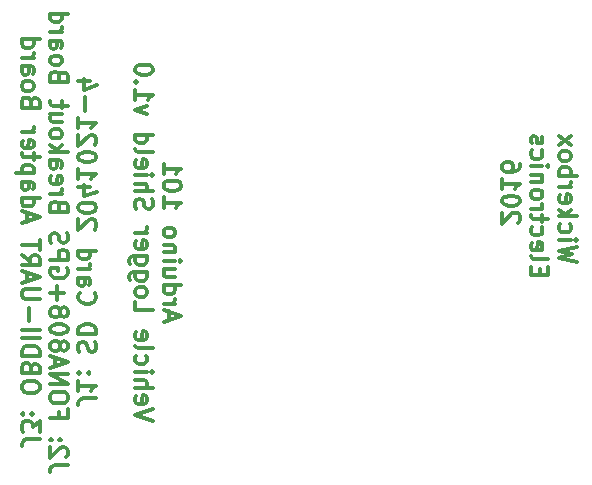
<source format=gbo>
G04 #@! TF.FileFunction,Legend,Bot*
%FSLAX46Y46*%
G04 Gerber Fmt 4.6, Leading zero omitted, Abs format (unit mm)*
G04 Created by KiCad (PCBNEW 4.0.1-3.201512221402+6198~38~ubuntu14.04.1-stable) date Tue 03 May 2016 12:22:43 PM PDT*
%MOMM*%
G01*
G04 APERTURE LIST*
%ADD10C,0.100000*%
%ADD11C,0.300000*%
G04 APERTURE END LIST*
D10*
D11*
X172385429Y-103301857D02*
X170885429Y-102944714D01*
X171956857Y-102659000D01*
X170885429Y-102373286D01*
X172385429Y-102016143D01*
X170885429Y-101444714D02*
X171885429Y-101444714D01*
X172385429Y-101444714D02*
X172314000Y-101516143D01*
X172242571Y-101444714D01*
X172314000Y-101373286D01*
X172385429Y-101444714D01*
X172242571Y-101444714D01*
X170956857Y-100087571D02*
X170885429Y-100230428D01*
X170885429Y-100516142D01*
X170956857Y-100659000D01*
X171028286Y-100730428D01*
X171171143Y-100801857D01*
X171599714Y-100801857D01*
X171742571Y-100730428D01*
X171814000Y-100659000D01*
X171885429Y-100516142D01*
X171885429Y-100230428D01*
X171814000Y-100087571D01*
X170885429Y-99444714D02*
X172385429Y-99444714D01*
X171456857Y-99301857D02*
X170885429Y-98873286D01*
X171885429Y-98873286D02*
X171314000Y-99444714D01*
X170956857Y-97659000D02*
X170885429Y-97801857D01*
X170885429Y-98087571D01*
X170956857Y-98230428D01*
X171099714Y-98301857D01*
X171671143Y-98301857D01*
X171814000Y-98230428D01*
X171885429Y-98087571D01*
X171885429Y-97801857D01*
X171814000Y-97659000D01*
X171671143Y-97587571D01*
X171528286Y-97587571D01*
X171385429Y-98301857D01*
X170885429Y-96944714D02*
X171885429Y-96944714D01*
X171599714Y-96944714D02*
X171742571Y-96873286D01*
X171814000Y-96801857D01*
X171885429Y-96659000D01*
X171885429Y-96516143D01*
X170885429Y-96016143D02*
X172385429Y-96016143D01*
X171814000Y-96016143D02*
X171885429Y-95873286D01*
X171885429Y-95587572D01*
X171814000Y-95444715D01*
X171742571Y-95373286D01*
X171599714Y-95301857D01*
X171171143Y-95301857D01*
X171028286Y-95373286D01*
X170956857Y-95444715D01*
X170885429Y-95587572D01*
X170885429Y-95873286D01*
X170956857Y-96016143D01*
X170885429Y-94444714D02*
X170956857Y-94587572D01*
X171028286Y-94659000D01*
X171171143Y-94730429D01*
X171599714Y-94730429D01*
X171742571Y-94659000D01*
X171814000Y-94587572D01*
X171885429Y-94444714D01*
X171885429Y-94230429D01*
X171814000Y-94087572D01*
X171742571Y-94016143D01*
X171599714Y-93944714D01*
X171171143Y-93944714D01*
X171028286Y-94016143D01*
X170956857Y-94087572D01*
X170885429Y-94230429D01*
X170885429Y-94444714D01*
X170885429Y-93444714D02*
X171885429Y-92659000D01*
X171885429Y-93444714D02*
X170885429Y-92659000D01*
X169271143Y-104408999D02*
X169271143Y-103908999D01*
X168485429Y-103694713D02*
X168485429Y-104408999D01*
X169985429Y-104408999D01*
X169985429Y-103694713D01*
X168485429Y-102837570D02*
X168556857Y-102980428D01*
X168699714Y-103051856D01*
X169985429Y-103051856D01*
X168556857Y-101694714D02*
X168485429Y-101837571D01*
X168485429Y-102123285D01*
X168556857Y-102266142D01*
X168699714Y-102337571D01*
X169271143Y-102337571D01*
X169414000Y-102266142D01*
X169485429Y-102123285D01*
X169485429Y-101837571D01*
X169414000Y-101694714D01*
X169271143Y-101623285D01*
X169128286Y-101623285D01*
X168985429Y-102337571D01*
X168556857Y-100337571D02*
X168485429Y-100480428D01*
X168485429Y-100766142D01*
X168556857Y-100909000D01*
X168628286Y-100980428D01*
X168771143Y-101051857D01*
X169199714Y-101051857D01*
X169342571Y-100980428D01*
X169414000Y-100909000D01*
X169485429Y-100766142D01*
X169485429Y-100480428D01*
X169414000Y-100337571D01*
X169485429Y-99909000D02*
X169485429Y-99337571D01*
X169985429Y-99694714D02*
X168699714Y-99694714D01*
X168556857Y-99623286D01*
X168485429Y-99480428D01*
X168485429Y-99337571D01*
X168485429Y-98837571D02*
X169485429Y-98837571D01*
X169199714Y-98837571D02*
X169342571Y-98766143D01*
X169414000Y-98694714D01*
X169485429Y-98551857D01*
X169485429Y-98409000D01*
X168485429Y-97694714D02*
X168556857Y-97837572D01*
X168628286Y-97909000D01*
X168771143Y-97980429D01*
X169199714Y-97980429D01*
X169342571Y-97909000D01*
X169414000Y-97837572D01*
X169485429Y-97694714D01*
X169485429Y-97480429D01*
X169414000Y-97337572D01*
X169342571Y-97266143D01*
X169199714Y-97194714D01*
X168771143Y-97194714D01*
X168628286Y-97266143D01*
X168556857Y-97337572D01*
X168485429Y-97480429D01*
X168485429Y-97694714D01*
X169485429Y-96551857D02*
X168485429Y-96551857D01*
X169342571Y-96551857D02*
X169414000Y-96480429D01*
X169485429Y-96337571D01*
X169485429Y-96123286D01*
X169414000Y-95980429D01*
X169271143Y-95909000D01*
X168485429Y-95909000D01*
X168485429Y-95194714D02*
X169485429Y-95194714D01*
X169985429Y-95194714D02*
X169914000Y-95266143D01*
X169842571Y-95194714D01*
X169914000Y-95123286D01*
X169985429Y-95194714D01*
X169842571Y-95194714D01*
X168556857Y-93837571D02*
X168485429Y-93980428D01*
X168485429Y-94266142D01*
X168556857Y-94409000D01*
X168628286Y-94480428D01*
X168771143Y-94551857D01*
X169199714Y-94551857D01*
X169342571Y-94480428D01*
X169414000Y-94409000D01*
X169485429Y-94266142D01*
X169485429Y-93980428D01*
X169414000Y-93837571D01*
X168556857Y-93266143D02*
X168485429Y-93123286D01*
X168485429Y-92837571D01*
X168556857Y-92694714D01*
X168699714Y-92623286D01*
X168771143Y-92623286D01*
X168914000Y-92694714D01*
X168985429Y-92837571D01*
X168985429Y-93051857D01*
X169056857Y-93194714D01*
X169199714Y-93266143D01*
X169271143Y-93266143D01*
X169414000Y-93194714D01*
X169485429Y-93051857D01*
X169485429Y-92837571D01*
X169414000Y-92694714D01*
X167442571Y-99980428D02*
X167514000Y-99908999D01*
X167585429Y-99766142D01*
X167585429Y-99408999D01*
X167514000Y-99266142D01*
X167442571Y-99194713D01*
X167299714Y-99123285D01*
X167156857Y-99123285D01*
X166942571Y-99194713D01*
X166085429Y-100051856D01*
X166085429Y-99123285D01*
X167585429Y-98194714D02*
X167585429Y-98051857D01*
X167514000Y-97909000D01*
X167442571Y-97837571D01*
X167299714Y-97766142D01*
X167014000Y-97694714D01*
X166656857Y-97694714D01*
X166371143Y-97766142D01*
X166228286Y-97837571D01*
X166156857Y-97909000D01*
X166085429Y-98051857D01*
X166085429Y-98194714D01*
X166156857Y-98337571D01*
X166228286Y-98409000D01*
X166371143Y-98480428D01*
X166656857Y-98551857D01*
X167014000Y-98551857D01*
X167299714Y-98480428D01*
X167442571Y-98409000D01*
X167514000Y-98337571D01*
X167585429Y-98194714D01*
X166085429Y-96266143D02*
X166085429Y-97123286D01*
X166085429Y-96694714D02*
X167585429Y-96694714D01*
X167371143Y-96837571D01*
X167228286Y-96980429D01*
X167156857Y-97123286D01*
X167585429Y-94980429D02*
X167585429Y-95266143D01*
X167514000Y-95409000D01*
X167442571Y-95480429D01*
X167228286Y-95623286D01*
X166942571Y-95694715D01*
X166371143Y-95694715D01*
X166228286Y-95623286D01*
X166156857Y-95551858D01*
X166085429Y-95409000D01*
X166085429Y-95123286D01*
X166156857Y-94980429D01*
X166228286Y-94909000D01*
X166371143Y-94837572D01*
X166728286Y-94837572D01*
X166871143Y-94909000D01*
X166942571Y-94980429D01*
X167014000Y-95123286D01*
X167014000Y-95409000D01*
X166942571Y-95551858D01*
X166871143Y-95623286D01*
X166728286Y-95694715D01*
X137830000Y-108207142D02*
X137830000Y-107492856D01*
X137401429Y-108349999D02*
X138901429Y-107849999D01*
X137401429Y-107349999D01*
X137401429Y-106849999D02*
X138401429Y-106849999D01*
X138115714Y-106849999D02*
X138258571Y-106778571D01*
X138330000Y-106707142D01*
X138401429Y-106564285D01*
X138401429Y-106421428D01*
X137401429Y-105278571D02*
X138901429Y-105278571D01*
X137472857Y-105278571D02*
X137401429Y-105421428D01*
X137401429Y-105707142D01*
X137472857Y-105850000D01*
X137544286Y-105921428D01*
X137687143Y-105992857D01*
X138115714Y-105992857D01*
X138258571Y-105921428D01*
X138330000Y-105850000D01*
X138401429Y-105707142D01*
X138401429Y-105421428D01*
X138330000Y-105278571D01*
X138401429Y-103921428D02*
X137401429Y-103921428D01*
X138401429Y-104564285D02*
X137615714Y-104564285D01*
X137472857Y-104492857D01*
X137401429Y-104349999D01*
X137401429Y-104135714D01*
X137472857Y-103992857D01*
X137544286Y-103921428D01*
X137401429Y-103207142D02*
X138401429Y-103207142D01*
X138901429Y-103207142D02*
X138830000Y-103278571D01*
X138758571Y-103207142D01*
X138830000Y-103135714D01*
X138901429Y-103207142D01*
X138758571Y-103207142D01*
X138401429Y-102492856D02*
X137401429Y-102492856D01*
X138258571Y-102492856D02*
X138330000Y-102421428D01*
X138401429Y-102278570D01*
X138401429Y-102064285D01*
X138330000Y-101921428D01*
X138187143Y-101849999D01*
X137401429Y-101849999D01*
X137401429Y-100921427D02*
X137472857Y-101064285D01*
X137544286Y-101135713D01*
X137687143Y-101207142D01*
X138115714Y-101207142D01*
X138258571Y-101135713D01*
X138330000Y-101064285D01*
X138401429Y-100921427D01*
X138401429Y-100707142D01*
X138330000Y-100564285D01*
X138258571Y-100492856D01*
X138115714Y-100421427D01*
X137687143Y-100421427D01*
X137544286Y-100492856D01*
X137472857Y-100564285D01*
X137401429Y-100707142D01*
X137401429Y-100921427D01*
X137401429Y-97849999D02*
X137401429Y-98707142D01*
X137401429Y-98278570D02*
X138901429Y-98278570D01*
X138687143Y-98421427D01*
X138544286Y-98564285D01*
X138472857Y-98707142D01*
X138901429Y-96921428D02*
X138901429Y-96778571D01*
X138830000Y-96635714D01*
X138758571Y-96564285D01*
X138615714Y-96492856D01*
X138330000Y-96421428D01*
X137972857Y-96421428D01*
X137687143Y-96492856D01*
X137544286Y-96564285D01*
X137472857Y-96635714D01*
X137401429Y-96778571D01*
X137401429Y-96921428D01*
X137472857Y-97064285D01*
X137544286Y-97135714D01*
X137687143Y-97207142D01*
X137972857Y-97278571D01*
X138330000Y-97278571D01*
X138615714Y-97207142D01*
X138758571Y-97135714D01*
X138830000Y-97064285D01*
X138901429Y-96921428D01*
X137401429Y-94992857D02*
X137401429Y-95850000D01*
X137401429Y-95421428D02*
X138901429Y-95421428D01*
X138687143Y-95564285D01*
X138544286Y-95707143D01*
X138472857Y-95850000D01*
X136501429Y-116742856D02*
X135001429Y-116242856D01*
X136501429Y-115742856D01*
X135072857Y-114671428D02*
X135001429Y-114814285D01*
X135001429Y-115099999D01*
X135072857Y-115242856D01*
X135215714Y-115314285D01*
X135787143Y-115314285D01*
X135930000Y-115242856D01*
X136001429Y-115099999D01*
X136001429Y-114814285D01*
X135930000Y-114671428D01*
X135787143Y-114599999D01*
X135644286Y-114599999D01*
X135501429Y-115314285D01*
X135001429Y-113957142D02*
X136501429Y-113957142D01*
X135001429Y-113314285D02*
X135787143Y-113314285D01*
X135930000Y-113385714D01*
X136001429Y-113528571D01*
X136001429Y-113742856D01*
X135930000Y-113885714D01*
X135858571Y-113957142D01*
X135001429Y-112599999D02*
X136001429Y-112599999D01*
X136501429Y-112599999D02*
X136430000Y-112671428D01*
X136358571Y-112599999D01*
X136430000Y-112528571D01*
X136501429Y-112599999D01*
X136358571Y-112599999D01*
X135072857Y-111242856D02*
X135001429Y-111385713D01*
X135001429Y-111671427D01*
X135072857Y-111814285D01*
X135144286Y-111885713D01*
X135287143Y-111957142D01*
X135715714Y-111957142D01*
X135858571Y-111885713D01*
X135930000Y-111814285D01*
X136001429Y-111671427D01*
X136001429Y-111385713D01*
X135930000Y-111242856D01*
X135001429Y-110385713D02*
X135072857Y-110528571D01*
X135215714Y-110599999D01*
X136501429Y-110599999D01*
X135072857Y-109242857D02*
X135001429Y-109385714D01*
X135001429Y-109671428D01*
X135072857Y-109814285D01*
X135215714Y-109885714D01*
X135787143Y-109885714D01*
X135930000Y-109814285D01*
X136001429Y-109671428D01*
X136001429Y-109385714D01*
X135930000Y-109242857D01*
X135787143Y-109171428D01*
X135644286Y-109171428D01*
X135501429Y-109885714D01*
X135001429Y-106671428D02*
X135001429Y-107385714D01*
X136501429Y-107385714D01*
X135001429Y-105957142D02*
X135072857Y-106100000D01*
X135144286Y-106171428D01*
X135287143Y-106242857D01*
X135715714Y-106242857D01*
X135858571Y-106171428D01*
X135930000Y-106100000D01*
X136001429Y-105957142D01*
X136001429Y-105742857D01*
X135930000Y-105600000D01*
X135858571Y-105528571D01*
X135715714Y-105457142D01*
X135287143Y-105457142D01*
X135144286Y-105528571D01*
X135072857Y-105600000D01*
X135001429Y-105742857D01*
X135001429Y-105957142D01*
X136001429Y-104171428D02*
X134787143Y-104171428D01*
X134644286Y-104242857D01*
X134572857Y-104314285D01*
X134501429Y-104457142D01*
X134501429Y-104671428D01*
X134572857Y-104814285D01*
X135072857Y-104171428D02*
X135001429Y-104314285D01*
X135001429Y-104599999D01*
X135072857Y-104742857D01*
X135144286Y-104814285D01*
X135287143Y-104885714D01*
X135715714Y-104885714D01*
X135858571Y-104814285D01*
X135930000Y-104742857D01*
X136001429Y-104599999D01*
X136001429Y-104314285D01*
X135930000Y-104171428D01*
X136001429Y-102814285D02*
X134787143Y-102814285D01*
X134644286Y-102885714D01*
X134572857Y-102957142D01*
X134501429Y-103099999D01*
X134501429Y-103314285D01*
X134572857Y-103457142D01*
X135072857Y-102814285D02*
X135001429Y-102957142D01*
X135001429Y-103242856D01*
X135072857Y-103385714D01*
X135144286Y-103457142D01*
X135287143Y-103528571D01*
X135715714Y-103528571D01*
X135858571Y-103457142D01*
X135930000Y-103385714D01*
X136001429Y-103242856D01*
X136001429Y-102957142D01*
X135930000Y-102814285D01*
X135072857Y-101528571D02*
X135001429Y-101671428D01*
X135001429Y-101957142D01*
X135072857Y-102099999D01*
X135215714Y-102171428D01*
X135787143Y-102171428D01*
X135930000Y-102099999D01*
X136001429Y-101957142D01*
X136001429Y-101671428D01*
X135930000Y-101528571D01*
X135787143Y-101457142D01*
X135644286Y-101457142D01*
X135501429Y-102171428D01*
X135001429Y-100814285D02*
X136001429Y-100814285D01*
X135715714Y-100814285D02*
X135858571Y-100742857D01*
X135930000Y-100671428D01*
X136001429Y-100528571D01*
X136001429Y-100385714D01*
X135072857Y-98814286D02*
X135001429Y-98600000D01*
X135001429Y-98242857D01*
X135072857Y-98100000D01*
X135144286Y-98028571D01*
X135287143Y-97957143D01*
X135430000Y-97957143D01*
X135572857Y-98028571D01*
X135644286Y-98100000D01*
X135715714Y-98242857D01*
X135787143Y-98528571D01*
X135858571Y-98671429D01*
X135930000Y-98742857D01*
X136072857Y-98814286D01*
X136215714Y-98814286D01*
X136358571Y-98742857D01*
X136430000Y-98671429D01*
X136501429Y-98528571D01*
X136501429Y-98171429D01*
X136430000Y-97957143D01*
X135001429Y-97314286D02*
X136501429Y-97314286D01*
X135001429Y-96671429D02*
X135787143Y-96671429D01*
X135930000Y-96742858D01*
X136001429Y-96885715D01*
X136001429Y-97100000D01*
X135930000Y-97242858D01*
X135858571Y-97314286D01*
X135001429Y-95957143D02*
X136001429Y-95957143D01*
X136501429Y-95957143D02*
X136430000Y-96028572D01*
X136358571Y-95957143D01*
X136430000Y-95885715D01*
X136501429Y-95957143D01*
X136358571Y-95957143D01*
X135072857Y-94671429D02*
X135001429Y-94814286D01*
X135001429Y-95100000D01*
X135072857Y-95242857D01*
X135215714Y-95314286D01*
X135787143Y-95314286D01*
X135930000Y-95242857D01*
X136001429Y-95100000D01*
X136001429Y-94814286D01*
X135930000Y-94671429D01*
X135787143Y-94600000D01*
X135644286Y-94600000D01*
X135501429Y-95314286D01*
X135001429Y-93742857D02*
X135072857Y-93885715D01*
X135215714Y-93957143D01*
X136501429Y-93957143D01*
X135001429Y-92528572D02*
X136501429Y-92528572D01*
X135072857Y-92528572D02*
X135001429Y-92671429D01*
X135001429Y-92957143D01*
X135072857Y-93100001D01*
X135144286Y-93171429D01*
X135287143Y-93242858D01*
X135715714Y-93242858D01*
X135858571Y-93171429D01*
X135930000Y-93100001D01*
X136001429Y-92957143D01*
X136001429Y-92671429D01*
X135930000Y-92528572D01*
X136001429Y-90814286D02*
X135001429Y-90457143D01*
X136001429Y-90100001D01*
X135001429Y-88742858D02*
X135001429Y-89600001D01*
X135001429Y-89171429D02*
X136501429Y-89171429D01*
X136287143Y-89314286D01*
X136144286Y-89457144D01*
X136072857Y-89600001D01*
X135144286Y-88100001D02*
X135072857Y-88028573D01*
X135001429Y-88100001D01*
X135072857Y-88171430D01*
X135144286Y-88100001D01*
X135001429Y-88100001D01*
X136501429Y-87100001D02*
X136501429Y-86957144D01*
X136430000Y-86814287D01*
X136358571Y-86742858D01*
X136215714Y-86671429D01*
X135930000Y-86600001D01*
X135572857Y-86600001D01*
X135287143Y-86671429D01*
X135144286Y-86742858D01*
X135072857Y-86814287D01*
X135001429Y-86957144D01*
X135001429Y-87100001D01*
X135072857Y-87242858D01*
X135144286Y-87314287D01*
X135287143Y-87385715D01*
X135572857Y-87457144D01*
X135930000Y-87457144D01*
X136215714Y-87385715D01*
X136358571Y-87314287D01*
X136430000Y-87242858D01*
X136501429Y-87100001D01*
X131701429Y-114849998D02*
X130630000Y-114849998D01*
X130415714Y-114921426D01*
X130272857Y-115064283D01*
X130201429Y-115278569D01*
X130201429Y-115421426D01*
X130201429Y-113349998D02*
X130201429Y-114207141D01*
X130201429Y-113778569D02*
X131701429Y-113778569D01*
X131487143Y-113921426D01*
X131344286Y-114064284D01*
X131272857Y-114207141D01*
X130344286Y-112707141D02*
X130272857Y-112635713D01*
X130201429Y-112707141D01*
X130272857Y-112778570D01*
X130344286Y-112707141D01*
X130201429Y-112707141D01*
X131130000Y-112707141D02*
X131058571Y-112635713D01*
X130987143Y-112707141D01*
X131058571Y-112778570D01*
X131130000Y-112707141D01*
X130987143Y-112707141D01*
X130272857Y-110921427D02*
X130201429Y-110707141D01*
X130201429Y-110349998D01*
X130272857Y-110207141D01*
X130344286Y-110135712D01*
X130487143Y-110064284D01*
X130630000Y-110064284D01*
X130772857Y-110135712D01*
X130844286Y-110207141D01*
X130915714Y-110349998D01*
X130987143Y-110635712D01*
X131058571Y-110778570D01*
X131130000Y-110849998D01*
X131272857Y-110921427D01*
X131415714Y-110921427D01*
X131558571Y-110849998D01*
X131630000Y-110778570D01*
X131701429Y-110635712D01*
X131701429Y-110278570D01*
X131630000Y-110064284D01*
X130201429Y-109421427D02*
X131701429Y-109421427D01*
X131701429Y-109064284D01*
X131630000Y-108849999D01*
X131487143Y-108707141D01*
X131344286Y-108635713D01*
X131058571Y-108564284D01*
X130844286Y-108564284D01*
X130558571Y-108635713D01*
X130415714Y-108707141D01*
X130272857Y-108849999D01*
X130201429Y-109064284D01*
X130201429Y-109421427D01*
X130344286Y-105921427D02*
X130272857Y-105992856D01*
X130201429Y-106207142D01*
X130201429Y-106349999D01*
X130272857Y-106564284D01*
X130415714Y-106707142D01*
X130558571Y-106778570D01*
X130844286Y-106849999D01*
X131058571Y-106849999D01*
X131344286Y-106778570D01*
X131487143Y-106707142D01*
X131630000Y-106564284D01*
X131701429Y-106349999D01*
X131701429Y-106207142D01*
X131630000Y-105992856D01*
X131558571Y-105921427D01*
X130201429Y-104635713D02*
X130987143Y-104635713D01*
X131130000Y-104707142D01*
X131201429Y-104849999D01*
X131201429Y-105135713D01*
X131130000Y-105278570D01*
X130272857Y-104635713D02*
X130201429Y-104778570D01*
X130201429Y-105135713D01*
X130272857Y-105278570D01*
X130415714Y-105349999D01*
X130558571Y-105349999D01*
X130701429Y-105278570D01*
X130772857Y-105135713D01*
X130772857Y-104778570D01*
X130844286Y-104635713D01*
X130201429Y-103921427D02*
X131201429Y-103921427D01*
X130915714Y-103921427D02*
X131058571Y-103849999D01*
X131130000Y-103778570D01*
X131201429Y-103635713D01*
X131201429Y-103492856D01*
X130201429Y-102349999D02*
X131701429Y-102349999D01*
X130272857Y-102349999D02*
X130201429Y-102492856D01*
X130201429Y-102778570D01*
X130272857Y-102921428D01*
X130344286Y-102992856D01*
X130487143Y-103064285D01*
X130915714Y-103064285D01*
X131058571Y-102992856D01*
X131130000Y-102921428D01*
X131201429Y-102778570D01*
X131201429Y-102492856D01*
X131130000Y-102349999D01*
X131558571Y-100564285D02*
X131630000Y-100492856D01*
X131701429Y-100349999D01*
X131701429Y-99992856D01*
X131630000Y-99849999D01*
X131558571Y-99778570D01*
X131415714Y-99707142D01*
X131272857Y-99707142D01*
X131058571Y-99778570D01*
X130201429Y-100635713D01*
X130201429Y-99707142D01*
X131701429Y-98778571D02*
X131701429Y-98635714D01*
X131630000Y-98492857D01*
X131558571Y-98421428D01*
X131415714Y-98349999D01*
X131130000Y-98278571D01*
X130772857Y-98278571D01*
X130487143Y-98349999D01*
X130344286Y-98421428D01*
X130272857Y-98492857D01*
X130201429Y-98635714D01*
X130201429Y-98778571D01*
X130272857Y-98921428D01*
X130344286Y-98992857D01*
X130487143Y-99064285D01*
X130772857Y-99135714D01*
X131130000Y-99135714D01*
X131415714Y-99064285D01*
X131558571Y-98992857D01*
X131630000Y-98921428D01*
X131701429Y-98778571D01*
X131201429Y-96992857D02*
X130201429Y-96992857D01*
X131772857Y-97350000D02*
X130701429Y-97707143D01*
X130701429Y-96778571D01*
X130201429Y-95421429D02*
X130201429Y-96278572D01*
X130201429Y-95850000D02*
X131701429Y-95850000D01*
X131487143Y-95992857D01*
X131344286Y-96135715D01*
X131272857Y-96278572D01*
X131701429Y-94492858D02*
X131701429Y-94350001D01*
X131630000Y-94207144D01*
X131558571Y-94135715D01*
X131415714Y-94064286D01*
X131130000Y-93992858D01*
X130772857Y-93992858D01*
X130487143Y-94064286D01*
X130344286Y-94135715D01*
X130272857Y-94207144D01*
X130201429Y-94350001D01*
X130201429Y-94492858D01*
X130272857Y-94635715D01*
X130344286Y-94707144D01*
X130487143Y-94778572D01*
X130772857Y-94850001D01*
X131130000Y-94850001D01*
X131415714Y-94778572D01*
X131558571Y-94707144D01*
X131630000Y-94635715D01*
X131701429Y-94492858D01*
X131558571Y-93421430D02*
X131630000Y-93350001D01*
X131701429Y-93207144D01*
X131701429Y-92850001D01*
X131630000Y-92707144D01*
X131558571Y-92635715D01*
X131415714Y-92564287D01*
X131272857Y-92564287D01*
X131058571Y-92635715D01*
X130201429Y-93492858D01*
X130201429Y-92564287D01*
X130201429Y-91135716D02*
X130201429Y-91992859D01*
X130201429Y-91564287D02*
X131701429Y-91564287D01*
X131487143Y-91707144D01*
X131344286Y-91850002D01*
X131272857Y-91992859D01*
X130772857Y-90492859D02*
X130772857Y-89350002D01*
X131201429Y-87992859D02*
X130201429Y-87992859D01*
X131772857Y-88350002D02*
X130701429Y-88707145D01*
X130701429Y-87778573D01*
X129301429Y-120492856D02*
X128230000Y-120492856D01*
X128015714Y-120564284D01*
X127872857Y-120707141D01*
X127801429Y-120921427D01*
X127801429Y-121064284D01*
X129158571Y-119849999D02*
X129230000Y-119778570D01*
X129301429Y-119635713D01*
X129301429Y-119278570D01*
X129230000Y-119135713D01*
X129158571Y-119064284D01*
X129015714Y-118992856D01*
X128872857Y-118992856D01*
X128658571Y-119064284D01*
X127801429Y-119921427D01*
X127801429Y-118992856D01*
X127944286Y-118349999D02*
X127872857Y-118278571D01*
X127801429Y-118349999D01*
X127872857Y-118421428D01*
X127944286Y-118349999D01*
X127801429Y-118349999D01*
X128730000Y-118349999D02*
X128658571Y-118278571D01*
X128587143Y-118349999D01*
X128658571Y-118421428D01*
X128730000Y-118349999D01*
X128587143Y-118349999D01*
X128587143Y-115992856D02*
X128587143Y-116492856D01*
X127801429Y-116492856D02*
X129301429Y-116492856D01*
X129301429Y-115778570D01*
X129301429Y-114921428D02*
X129301429Y-114635714D01*
X129230000Y-114492856D01*
X129087143Y-114349999D01*
X128801429Y-114278571D01*
X128301429Y-114278571D01*
X128015714Y-114349999D01*
X127872857Y-114492856D01*
X127801429Y-114635714D01*
X127801429Y-114921428D01*
X127872857Y-115064285D01*
X128015714Y-115207142D01*
X128301429Y-115278571D01*
X128801429Y-115278571D01*
X129087143Y-115207142D01*
X129230000Y-115064285D01*
X129301429Y-114921428D01*
X127801429Y-113635713D02*
X129301429Y-113635713D01*
X127801429Y-112778570D01*
X129301429Y-112778570D01*
X128230000Y-112135713D02*
X128230000Y-111421427D01*
X127801429Y-112278570D02*
X129301429Y-111778570D01*
X127801429Y-111278570D01*
X128658571Y-110564284D02*
X128730000Y-110707142D01*
X128801429Y-110778570D01*
X128944286Y-110849999D01*
X129015714Y-110849999D01*
X129158571Y-110778570D01*
X129230000Y-110707142D01*
X129301429Y-110564284D01*
X129301429Y-110278570D01*
X129230000Y-110135713D01*
X129158571Y-110064284D01*
X129015714Y-109992856D01*
X128944286Y-109992856D01*
X128801429Y-110064284D01*
X128730000Y-110135713D01*
X128658571Y-110278570D01*
X128658571Y-110564284D01*
X128587143Y-110707142D01*
X128515714Y-110778570D01*
X128372857Y-110849999D01*
X128087143Y-110849999D01*
X127944286Y-110778570D01*
X127872857Y-110707142D01*
X127801429Y-110564284D01*
X127801429Y-110278570D01*
X127872857Y-110135713D01*
X127944286Y-110064284D01*
X128087143Y-109992856D01*
X128372857Y-109992856D01*
X128515714Y-110064284D01*
X128587143Y-110135713D01*
X128658571Y-110278570D01*
X129301429Y-109064285D02*
X129301429Y-108921428D01*
X129230000Y-108778571D01*
X129158571Y-108707142D01*
X129015714Y-108635713D01*
X128730000Y-108564285D01*
X128372857Y-108564285D01*
X128087143Y-108635713D01*
X127944286Y-108707142D01*
X127872857Y-108778571D01*
X127801429Y-108921428D01*
X127801429Y-109064285D01*
X127872857Y-109207142D01*
X127944286Y-109278571D01*
X128087143Y-109349999D01*
X128372857Y-109421428D01*
X128730000Y-109421428D01*
X129015714Y-109349999D01*
X129158571Y-109278571D01*
X129230000Y-109207142D01*
X129301429Y-109064285D01*
X128658571Y-107707142D02*
X128730000Y-107850000D01*
X128801429Y-107921428D01*
X128944286Y-107992857D01*
X129015714Y-107992857D01*
X129158571Y-107921428D01*
X129230000Y-107850000D01*
X129301429Y-107707142D01*
X129301429Y-107421428D01*
X129230000Y-107278571D01*
X129158571Y-107207142D01*
X129015714Y-107135714D01*
X128944286Y-107135714D01*
X128801429Y-107207142D01*
X128730000Y-107278571D01*
X128658571Y-107421428D01*
X128658571Y-107707142D01*
X128587143Y-107850000D01*
X128515714Y-107921428D01*
X128372857Y-107992857D01*
X128087143Y-107992857D01*
X127944286Y-107921428D01*
X127872857Y-107850000D01*
X127801429Y-107707142D01*
X127801429Y-107421428D01*
X127872857Y-107278571D01*
X127944286Y-107207142D01*
X128087143Y-107135714D01*
X128372857Y-107135714D01*
X128515714Y-107207142D01*
X128587143Y-107278571D01*
X128658571Y-107421428D01*
X128372857Y-106492857D02*
X128372857Y-105350000D01*
X127801429Y-105921429D02*
X128944286Y-105921429D01*
X129230000Y-103850000D02*
X129301429Y-103992857D01*
X129301429Y-104207143D01*
X129230000Y-104421428D01*
X129087143Y-104564286D01*
X128944286Y-104635714D01*
X128658571Y-104707143D01*
X128444286Y-104707143D01*
X128158571Y-104635714D01*
X128015714Y-104564286D01*
X127872857Y-104421428D01*
X127801429Y-104207143D01*
X127801429Y-104064286D01*
X127872857Y-103850000D01*
X127944286Y-103778571D01*
X128444286Y-103778571D01*
X128444286Y-104064286D01*
X127801429Y-103135714D02*
X129301429Y-103135714D01*
X129301429Y-102564286D01*
X129230000Y-102421428D01*
X129158571Y-102350000D01*
X129015714Y-102278571D01*
X128801429Y-102278571D01*
X128658571Y-102350000D01*
X128587143Y-102421428D01*
X128515714Y-102564286D01*
X128515714Y-103135714D01*
X127872857Y-101707143D02*
X127801429Y-101492857D01*
X127801429Y-101135714D01*
X127872857Y-100992857D01*
X127944286Y-100921428D01*
X128087143Y-100850000D01*
X128230000Y-100850000D01*
X128372857Y-100921428D01*
X128444286Y-100992857D01*
X128515714Y-101135714D01*
X128587143Y-101421428D01*
X128658571Y-101564286D01*
X128730000Y-101635714D01*
X128872857Y-101707143D01*
X129015714Y-101707143D01*
X129158571Y-101635714D01*
X129230000Y-101564286D01*
X129301429Y-101421428D01*
X129301429Y-101064286D01*
X129230000Y-100850000D01*
X128587143Y-98564286D02*
X128515714Y-98350000D01*
X128444286Y-98278572D01*
X128301429Y-98207143D01*
X128087143Y-98207143D01*
X127944286Y-98278572D01*
X127872857Y-98350000D01*
X127801429Y-98492858D01*
X127801429Y-99064286D01*
X129301429Y-99064286D01*
X129301429Y-98564286D01*
X129230000Y-98421429D01*
X129158571Y-98350000D01*
X129015714Y-98278572D01*
X128872857Y-98278572D01*
X128730000Y-98350000D01*
X128658571Y-98421429D01*
X128587143Y-98564286D01*
X128587143Y-99064286D01*
X127801429Y-97564286D02*
X128801429Y-97564286D01*
X128515714Y-97564286D02*
X128658571Y-97492858D01*
X128730000Y-97421429D01*
X128801429Y-97278572D01*
X128801429Y-97135715D01*
X127872857Y-96064287D02*
X127801429Y-96207144D01*
X127801429Y-96492858D01*
X127872857Y-96635715D01*
X128015714Y-96707144D01*
X128587143Y-96707144D01*
X128730000Y-96635715D01*
X128801429Y-96492858D01*
X128801429Y-96207144D01*
X128730000Y-96064287D01*
X128587143Y-95992858D01*
X128444286Y-95992858D01*
X128301429Y-96707144D01*
X127801429Y-94707144D02*
X128587143Y-94707144D01*
X128730000Y-94778573D01*
X128801429Y-94921430D01*
X128801429Y-95207144D01*
X128730000Y-95350001D01*
X127872857Y-94707144D02*
X127801429Y-94850001D01*
X127801429Y-95207144D01*
X127872857Y-95350001D01*
X128015714Y-95421430D01*
X128158571Y-95421430D01*
X128301429Y-95350001D01*
X128372857Y-95207144D01*
X128372857Y-94850001D01*
X128444286Y-94707144D01*
X127801429Y-93992858D02*
X129301429Y-93992858D01*
X128372857Y-93850001D02*
X127801429Y-93421430D01*
X128801429Y-93421430D02*
X128230000Y-93992858D01*
X127801429Y-92564286D02*
X127872857Y-92707144D01*
X127944286Y-92778572D01*
X128087143Y-92850001D01*
X128515714Y-92850001D01*
X128658571Y-92778572D01*
X128730000Y-92707144D01*
X128801429Y-92564286D01*
X128801429Y-92350001D01*
X128730000Y-92207144D01*
X128658571Y-92135715D01*
X128515714Y-92064286D01*
X128087143Y-92064286D01*
X127944286Y-92135715D01*
X127872857Y-92207144D01*
X127801429Y-92350001D01*
X127801429Y-92564286D01*
X128801429Y-90778572D02*
X127801429Y-90778572D01*
X128801429Y-91421429D02*
X128015714Y-91421429D01*
X127872857Y-91350001D01*
X127801429Y-91207143D01*
X127801429Y-90992858D01*
X127872857Y-90850001D01*
X127944286Y-90778572D01*
X128801429Y-90278572D02*
X128801429Y-89707143D01*
X129301429Y-90064286D02*
X128015714Y-90064286D01*
X127872857Y-89992858D01*
X127801429Y-89850000D01*
X127801429Y-89707143D01*
X128587143Y-87564286D02*
X128515714Y-87350000D01*
X128444286Y-87278572D01*
X128301429Y-87207143D01*
X128087143Y-87207143D01*
X127944286Y-87278572D01*
X127872857Y-87350000D01*
X127801429Y-87492858D01*
X127801429Y-88064286D01*
X129301429Y-88064286D01*
X129301429Y-87564286D01*
X129230000Y-87421429D01*
X129158571Y-87350000D01*
X129015714Y-87278572D01*
X128872857Y-87278572D01*
X128730000Y-87350000D01*
X128658571Y-87421429D01*
X128587143Y-87564286D01*
X128587143Y-88064286D01*
X127801429Y-86350000D02*
X127872857Y-86492858D01*
X127944286Y-86564286D01*
X128087143Y-86635715D01*
X128515714Y-86635715D01*
X128658571Y-86564286D01*
X128730000Y-86492858D01*
X128801429Y-86350000D01*
X128801429Y-86135715D01*
X128730000Y-85992858D01*
X128658571Y-85921429D01*
X128515714Y-85850000D01*
X128087143Y-85850000D01*
X127944286Y-85921429D01*
X127872857Y-85992858D01*
X127801429Y-86135715D01*
X127801429Y-86350000D01*
X127801429Y-84564286D02*
X128587143Y-84564286D01*
X128730000Y-84635715D01*
X128801429Y-84778572D01*
X128801429Y-85064286D01*
X128730000Y-85207143D01*
X127872857Y-84564286D02*
X127801429Y-84707143D01*
X127801429Y-85064286D01*
X127872857Y-85207143D01*
X128015714Y-85278572D01*
X128158571Y-85278572D01*
X128301429Y-85207143D01*
X128372857Y-85064286D01*
X128372857Y-84707143D01*
X128444286Y-84564286D01*
X127801429Y-83850000D02*
X128801429Y-83850000D01*
X128515714Y-83850000D02*
X128658571Y-83778572D01*
X128730000Y-83707143D01*
X128801429Y-83564286D01*
X128801429Y-83421429D01*
X127801429Y-82278572D02*
X129301429Y-82278572D01*
X127872857Y-82278572D02*
X127801429Y-82421429D01*
X127801429Y-82707143D01*
X127872857Y-82850001D01*
X127944286Y-82921429D01*
X128087143Y-82992858D01*
X128515714Y-82992858D01*
X128658571Y-82921429D01*
X128730000Y-82850001D01*
X128801429Y-82707143D01*
X128801429Y-82421429D01*
X128730000Y-82278572D01*
X126901429Y-118314286D02*
X125830000Y-118314286D01*
X125615714Y-118385714D01*
X125472857Y-118528571D01*
X125401429Y-118742857D01*
X125401429Y-118885714D01*
X126901429Y-117742857D02*
X126901429Y-116814286D01*
X126330000Y-117314286D01*
X126330000Y-117100000D01*
X126258571Y-116957143D01*
X126187143Y-116885714D01*
X126044286Y-116814286D01*
X125687143Y-116814286D01*
X125544286Y-116885714D01*
X125472857Y-116957143D01*
X125401429Y-117100000D01*
X125401429Y-117528572D01*
X125472857Y-117671429D01*
X125544286Y-117742857D01*
X125544286Y-116171429D02*
X125472857Y-116100001D01*
X125401429Y-116171429D01*
X125472857Y-116242858D01*
X125544286Y-116171429D01*
X125401429Y-116171429D01*
X126330000Y-116171429D02*
X126258571Y-116100001D01*
X126187143Y-116171429D01*
X126258571Y-116242858D01*
X126330000Y-116171429D01*
X126187143Y-116171429D01*
X126901429Y-114028572D02*
X126901429Y-113742858D01*
X126830000Y-113600000D01*
X126687143Y-113457143D01*
X126401429Y-113385715D01*
X125901429Y-113385715D01*
X125615714Y-113457143D01*
X125472857Y-113600000D01*
X125401429Y-113742858D01*
X125401429Y-114028572D01*
X125472857Y-114171429D01*
X125615714Y-114314286D01*
X125901429Y-114385715D01*
X126401429Y-114385715D01*
X126687143Y-114314286D01*
X126830000Y-114171429D01*
X126901429Y-114028572D01*
X126187143Y-112242857D02*
X126115714Y-112028571D01*
X126044286Y-111957143D01*
X125901429Y-111885714D01*
X125687143Y-111885714D01*
X125544286Y-111957143D01*
X125472857Y-112028571D01*
X125401429Y-112171429D01*
X125401429Y-112742857D01*
X126901429Y-112742857D01*
X126901429Y-112242857D01*
X126830000Y-112100000D01*
X126758571Y-112028571D01*
X126615714Y-111957143D01*
X126472857Y-111957143D01*
X126330000Y-112028571D01*
X126258571Y-112100000D01*
X126187143Y-112242857D01*
X126187143Y-112742857D01*
X125401429Y-111242857D02*
X126901429Y-111242857D01*
X126901429Y-110885714D01*
X126830000Y-110671429D01*
X126687143Y-110528571D01*
X126544286Y-110457143D01*
X126258571Y-110385714D01*
X126044286Y-110385714D01*
X125758571Y-110457143D01*
X125615714Y-110528571D01*
X125472857Y-110671429D01*
X125401429Y-110885714D01*
X125401429Y-111242857D01*
X125401429Y-109742857D02*
X126901429Y-109742857D01*
X125401429Y-109028571D02*
X126901429Y-109028571D01*
X125972857Y-108314285D02*
X125972857Y-107171428D01*
X126901429Y-106457142D02*
X125687143Y-106457142D01*
X125544286Y-106385714D01*
X125472857Y-106314285D01*
X125401429Y-106171428D01*
X125401429Y-105885714D01*
X125472857Y-105742856D01*
X125544286Y-105671428D01*
X125687143Y-105599999D01*
X126901429Y-105599999D01*
X125830000Y-104957142D02*
X125830000Y-104242856D01*
X125401429Y-105099999D02*
X126901429Y-104599999D01*
X125401429Y-104099999D01*
X125401429Y-102742856D02*
X126115714Y-103242856D01*
X125401429Y-103599999D02*
X126901429Y-103599999D01*
X126901429Y-103028571D01*
X126830000Y-102885713D01*
X126758571Y-102814285D01*
X126615714Y-102742856D01*
X126401429Y-102742856D01*
X126258571Y-102814285D01*
X126187143Y-102885713D01*
X126115714Y-103028571D01*
X126115714Y-103599999D01*
X126901429Y-102314285D02*
X126901429Y-101457142D01*
X125401429Y-101885713D02*
X126901429Y-101885713D01*
X125830000Y-99885714D02*
X125830000Y-99171428D01*
X125401429Y-100028571D02*
X126901429Y-99528571D01*
X125401429Y-99028571D01*
X125401429Y-97885714D02*
X126901429Y-97885714D01*
X125472857Y-97885714D02*
X125401429Y-98028571D01*
X125401429Y-98314285D01*
X125472857Y-98457143D01*
X125544286Y-98528571D01*
X125687143Y-98600000D01*
X126115714Y-98600000D01*
X126258571Y-98528571D01*
X126330000Y-98457143D01*
X126401429Y-98314285D01*
X126401429Y-98028571D01*
X126330000Y-97885714D01*
X125401429Y-96528571D02*
X126187143Y-96528571D01*
X126330000Y-96600000D01*
X126401429Y-96742857D01*
X126401429Y-97028571D01*
X126330000Y-97171428D01*
X125472857Y-96528571D02*
X125401429Y-96671428D01*
X125401429Y-97028571D01*
X125472857Y-97171428D01*
X125615714Y-97242857D01*
X125758571Y-97242857D01*
X125901429Y-97171428D01*
X125972857Y-97028571D01*
X125972857Y-96671428D01*
X126044286Y-96528571D01*
X126401429Y-95814285D02*
X124901429Y-95814285D01*
X126330000Y-95814285D02*
X126401429Y-95671428D01*
X126401429Y-95385714D01*
X126330000Y-95242857D01*
X126258571Y-95171428D01*
X126115714Y-95099999D01*
X125687143Y-95099999D01*
X125544286Y-95171428D01*
X125472857Y-95242857D01*
X125401429Y-95385714D01*
X125401429Y-95671428D01*
X125472857Y-95814285D01*
X126401429Y-94671428D02*
X126401429Y-94099999D01*
X126901429Y-94457142D02*
X125615714Y-94457142D01*
X125472857Y-94385714D01*
X125401429Y-94242856D01*
X125401429Y-94099999D01*
X125472857Y-93028571D02*
X125401429Y-93171428D01*
X125401429Y-93457142D01*
X125472857Y-93599999D01*
X125615714Y-93671428D01*
X126187143Y-93671428D01*
X126330000Y-93599999D01*
X126401429Y-93457142D01*
X126401429Y-93171428D01*
X126330000Y-93028571D01*
X126187143Y-92957142D01*
X126044286Y-92957142D01*
X125901429Y-93671428D01*
X125401429Y-92314285D02*
X126401429Y-92314285D01*
X126115714Y-92314285D02*
X126258571Y-92242857D01*
X126330000Y-92171428D01*
X126401429Y-92028571D01*
X126401429Y-91885714D01*
X126187143Y-89742857D02*
X126115714Y-89528571D01*
X126044286Y-89457143D01*
X125901429Y-89385714D01*
X125687143Y-89385714D01*
X125544286Y-89457143D01*
X125472857Y-89528571D01*
X125401429Y-89671429D01*
X125401429Y-90242857D01*
X126901429Y-90242857D01*
X126901429Y-89742857D01*
X126830000Y-89600000D01*
X126758571Y-89528571D01*
X126615714Y-89457143D01*
X126472857Y-89457143D01*
X126330000Y-89528571D01*
X126258571Y-89600000D01*
X126187143Y-89742857D01*
X126187143Y-90242857D01*
X125401429Y-88528571D02*
X125472857Y-88671429D01*
X125544286Y-88742857D01*
X125687143Y-88814286D01*
X126115714Y-88814286D01*
X126258571Y-88742857D01*
X126330000Y-88671429D01*
X126401429Y-88528571D01*
X126401429Y-88314286D01*
X126330000Y-88171429D01*
X126258571Y-88100000D01*
X126115714Y-88028571D01*
X125687143Y-88028571D01*
X125544286Y-88100000D01*
X125472857Y-88171429D01*
X125401429Y-88314286D01*
X125401429Y-88528571D01*
X125401429Y-86742857D02*
X126187143Y-86742857D01*
X126330000Y-86814286D01*
X126401429Y-86957143D01*
X126401429Y-87242857D01*
X126330000Y-87385714D01*
X125472857Y-86742857D02*
X125401429Y-86885714D01*
X125401429Y-87242857D01*
X125472857Y-87385714D01*
X125615714Y-87457143D01*
X125758571Y-87457143D01*
X125901429Y-87385714D01*
X125972857Y-87242857D01*
X125972857Y-86885714D01*
X126044286Y-86742857D01*
X125401429Y-86028571D02*
X126401429Y-86028571D01*
X126115714Y-86028571D02*
X126258571Y-85957143D01*
X126330000Y-85885714D01*
X126401429Y-85742857D01*
X126401429Y-85600000D01*
X125401429Y-84457143D02*
X126901429Y-84457143D01*
X125472857Y-84457143D02*
X125401429Y-84600000D01*
X125401429Y-84885714D01*
X125472857Y-85028572D01*
X125544286Y-85100000D01*
X125687143Y-85171429D01*
X126115714Y-85171429D01*
X126258571Y-85100000D01*
X126330000Y-85028572D01*
X126401429Y-84885714D01*
X126401429Y-84600000D01*
X126330000Y-84457143D01*
M02*

</source>
